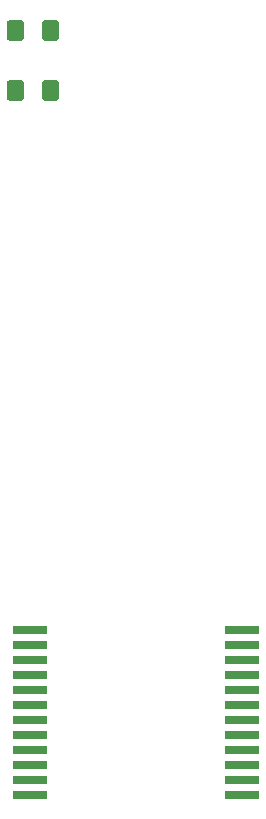
<source format=gbr>
G04 #@! TF.GenerationSoftware,KiCad,Pcbnew,(5.1.5)-3*
G04 #@! TF.CreationDate,2020-03-11T07:33:21-05:00*
G04 #@! TF.ProjectId,BreadboardBreakout,42726561-6462-46f6-9172-64427265616b,rev?*
G04 #@! TF.SameCoordinates,Original*
G04 #@! TF.FileFunction,Paste,Top*
G04 #@! TF.FilePolarity,Positive*
%FSLAX46Y46*%
G04 Gerber Fmt 4.6, Leading zero omitted, Abs format (unit mm)*
G04 Created by KiCad (PCBNEW (5.1.5)-3) date 2020-03-11 07:33:21*
%MOMM*%
%LPD*%
G04 APERTURE LIST*
%ADD10C,0.100000*%
%ADD11R,3.000000X0.800000*%
G04 APERTURE END LIST*
D10*
G36*
X-9890496Y33106396D02*
G01*
X-9866227Y33102796D01*
X-9842429Y33096835D01*
X-9819329Y33088570D01*
X-9797151Y33078080D01*
X-9776107Y33065467D01*
X-9756402Y33050853D01*
X-9738223Y33034377D01*
X-9721747Y33016198D01*
X-9707133Y32996493D01*
X-9694520Y32975449D01*
X-9684030Y32953271D01*
X-9675765Y32930171D01*
X-9669804Y32906373D01*
X-9666204Y32882104D01*
X-9665000Y32857600D01*
X-9665000Y31607600D01*
X-9666204Y31583096D01*
X-9669804Y31558827D01*
X-9675765Y31535029D01*
X-9684030Y31511929D01*
X-9694520Y31489751D01*
X-9707133Y31468707D01*
X-9721747Y31449002D01*
X-9738223Y31430823D01*
X-9756402Y31414347D01*
X-9776107Y31399733D01*
X-9797151Y31387120D01*
X-9819329Y31376630D01*
X-9842429Y31368365D01*
X-9866227Y31362404D01*
X-9890496Y31358804D01*
X-9915000Y31357600D01*
X-10840000Y31357600D01*
X-10864504Y31358804D01*
X-10888773Y31362404D01*
X-10912571Y31368365D01*
X-10935671Y31376630D01*
X-10957849Y31387120D01*
X-10978893Y31399733D01*
X-10998598Y31414347D01*
X-11016777Y31430823D01*
X-11033253Y31449002D01*
X-11047867Y31468707D01*
X-11060480Y31489751D01*
X-11070970Y31511929D01*
X-11079235Y31535029D01*
X-11085196Y31558827D01*
X-11088796Y31583096D01*
X-11090000Y31607600D01*
X-11090000Y32857600D01*
X-11088796Y32882104D01*
X-11085196Y32906373D01*
X-11079235Y32930171D01*
X-11070970Y32953271D01*
X-11060480Y32975449D01*
X-11047867Y32996493D01*
X-11033253Y33016198D01*
X-11016777Y33034377D01*
X-10998598Y33050853D01*
X-10978893Y33065467D01*
X-10957849Y33078080D01*
X-10935671Y33088570D01*
X-10912571Y33096835D01*
X-10888773Y33102796D01*
X-10864504Y33106396D01*
X-10840000Y33107600D01*
X-9915000Y33107600D01*
X-9890496Y33106396D01*
G37*
G36*
X-6915496Y33106396D02*
G01*
X-6891227Y33102796D01*
X-6867429Y33096835D01*
X-6844329Y33088570D01*
X-6822151Y33078080D01*
X-6801107Y33065467D01*
X-6781402Y33050853D01*
X-6763223Y33034377D01*
X-6746747Y33016198D01*
X-6732133Y32996493D01*
X-6719520Y32975449D01*
X-6709030Y32953271D01*
X-6700765Y32930171D01*
X-6694804Y32906373D01*
X-6691204Y32882104D01*
X-6690000Y32857600D01*
X-6690000Y31607600D01*
X-6691204Y31583096D01*
X-6694804Y31558827D01*
X-6700765Y31535029D01*
X-6709030Y31511929D01*
X-6719520Y31489751D01*
X-6732133Y31468707D01*
X-6746747Y31449002D01*
X-6763223Y31430823D01*
X-6781402Y31414347D01*
X-6801107Y31399733D01*
X-6822151Y31387120D01*
X-6844329Y31376630D01*
X-6867429Y31368365D01*
X-6891227Y31362404D01*
X-6915496Y31358804D01*
X-6940000Y31357600D01*
X-7865000Y31357600D01*
X-7889504Y31358804D01*
X-7913773Y31362404D01*
X-7937571Y31368365D01*
X-7960671Y31376630D01*
X-7982849Y31387120D01*
X-8003893Y31399733D01*
X-8023598Y31414347D01*
X-8041777Y31430823D01*
X-8058253Y31449002D01*
X-8072867Y31468707D01*
X-8085480Y31489751D01*
X-8095970Y31511929D01*
X-8104235Y31535029D01*
X-8110196Y31558827D01*
X-8113796Y31583096D01*
X-8115000Y31607600D01*
X-8115000Y32857600D01*
X-8113796Y32882104D01*
X-8110196Y32906373D01*
X-8104235Y32930171D01*
X-8095970Y32953271D01*
X-8085480Y32975449D01*
X-8072867Y32996493D01*
X-8058253Y33016198D01*
X-8041777Y33034377D01*
X-8023598Y33050853D01*
X-8003893Y33065467D01*
X-7982849Y33078080D01*
X-7960671Y33088570D01*
X-7937571Y33096835D01*
X-7913773Y33102796D01*
X-7889504Y33106396D01*
X-7865000Y33107600D01*
X-6940000Y33107600D01*
X-6915496Y33106396D01*
G37*
G36*
X-6915496Y38186396D02*
G01*
X-6891227Y38182796D01*
X-6867429Y38176835D01*
X-6844329Y38168570D01*
X-6822151Y38158080D01*
X-6801107Y38145467D01*
X-6781402Y38130853D01*
X-6763223Y38114377D01*
X-6746747Y38096198D01*
X-6732133Y38076493D01*
X-6719520Y38055449D01*
X-6709030Y38033271D01*
X-6700765Y38010171D01*
X-6694804Y37986373D01*
X-6691204Y37962104D01*
X-6690000Y37937600D01*
X-6690000Y36687600D01*
X-6691204Y36663096D01*
X-6694804Y36638827D01*
X-6700765Y36615029D01*
X-6709030Y36591929D01*
X-6719520Y36569751D01*
X-6732133Y36548707D01*
X-6746747Y36529002D01*
X-6763223Y36510823D01*
X-6781402Y36494347D01*
X-6801107Y36479733D01*
X-6822151Y36467120D01*
X-6844329Y36456630D01*
X-6867429Y36448365D01*
X-6891227Y36442404D01*
X-6915496Y36438804D01*
X-6940000Y36437600D01*
X-7865000Y36437600D01*
X-7889504Y36438804D01*
X-7913773Y36442404D01*
X-7937571Y36448365D01*
X-7960671Y36456630D01*
X-7982849Y36467120D01*
X-8003893Y36479733D01*
X-8023598Y36494347D01*
X-8041777Y36510823D01*
X-8058253Y36529002D01*
X-8072867Y36548707D01*
X-8085480Y36569751D01*
X-8095970Y36591929D01*
X-8104235Y36615029D01*
X-8110196Y36638827D01*
X-8113796Y36663096D01*
X-8115000Y36687600D01*
X-8115000Y37937600D01*
X-8113796Y37962104D01*
X-8110196Y37986373D01*
X-8104235Y38010171D01*
X-8095970Y38033271D01*
X-8085480Y38055449D01*
X-8072867Y38076493D01*
X-8058253Y38096198D01*
X-8041777Y38114377D01*
X-8023598Y38130853D01*
X-8003893Y38145467D01*
X-7982849Y38158080D01*
X-7960671Y38168570D01*
X-7937571Y38176835D01*
X-7913773Y38182796D01*
X-7889504Y38186396D01*
X-7865000Y38187600D01*
X-6940000Y38187600D01*
X-6915496Y38186396D01*
G37*
G36*
X-9890496Y38186396D02*
G01*
X-9866227Y38182796D01*
X-9842429Y38176835D01*
X-9819329Y38168570D01*
X-9797151Y38158080D01*
X-9776107Y38145467D01*
X-9756402Y38130853D01*
X-9738223Y38114377D01*
X-9721747Y38096198D01*
X-9707133Y38076493D01*
X-9694520Y38055449D01*
X-9684030Y38033271D01*
X-9675765Y38010171D01*
X-9669804Y37986373D01*
X-9666204Y37962104D01*
X-9665000Y37937600D01*
X-9665000Y36687600D01*
X-9666204Y36663096D01*
X-9669804Y36638827D01*
X-9675765Y36615029D01*
X-9684030Y36591929D01*
X-9694520Y36569751D01*
X-9707133Y36548707D01*
X-9721747Y36529002D01*
X-9738223Y36510823D01*
X-9756402Y36494347D01*
X-9776107Y36479733D01*
X-9797151Y36467120D01*
X-9819329Y36456630D01*
X-9842429Y36448365D01*
X-9866227Y36442404D01*
X-9890496Y36438804D01*
X-9915000Y36437600D01*
X-10840000Y36437600D01*
X-10864504Y36438804D01*
X-10888773Y36442404D01*
X-10912571Y36448365D01*
X-10935671Y36456630D01*
X-10957849Y36467120D01*
X-10978893Y36479733D01*
X-10998598Y36494347D01*
X-11016777Y36510823D01*
X-11033253Y36529002D01*
X-11047867Y36548707D01*
X-11060480Y36569751D01*
X-11070970Y36591929D01*
X-11079235Y36615029D01*
X-11085196Y36638827D01*
X-11088796Y36663096D01*
X-11090000Y36687600D01*
X-11090000Y37937600D01*
X-11088796Y37962104D01*
X-11085196Y37986373D01*
X-11079235Y38010171D01*
X-11070970Y38033271D01*
X-11060480Y38055449D01*
X-11047867Y38076493D01*
X-11033253Y38096198D01*
X-11016777Y38114377D01*
X-10998598Y38130853D01*
X-10978893Y38145467D01*
X-10957849Y38158080D01*
X-10935671Y38168570D01*
X-10912571Y38176835D01*
X-10888773Y38182796D01*
X-10864504Y38186396D01*
X-10840000Y38187600D01*
X-9915000Y38187600D01*
X-9890496Y38186396D01*
G37*
D11*
X-9152400Y-27406600D03*
X8847600Y-27406600D03*
X-9152400Y-26136600D03*
X8847600Y-26136600D03*
X-9152400Y-24866600D03*
X8847600Y-24866600D03*
X-9152400Y-23596600D03*
X8847600Y-23596600D03*
X-9152400Y-22326600D03*
X8847600Y-22326600D03*
X-9152400Y-21056600D03*
X8847600Y-21056600D03*
X-9152400Y-19786600D03*
X8847600Y-19786600D03*
X-9152400Y-18516600D03*
X8847600Y-18516600D03*
X-9152400Y-17246600D03*
X8847600Y-17246600D03*
X-9152400Y-15976600D03*
X8847600Y-15976600D03*
X-9152400Y-14706600D03*
X8847600Y-14706600D03*
X-9152400Y-13436600D03*
X8847600Y-13436600D03*
M02*

</source>
